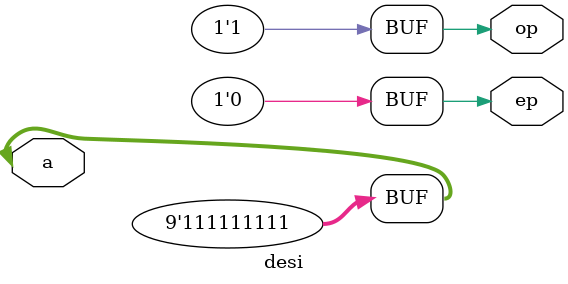
<source format=v>
module desi(
  input [8:0] a,
  output  ep,op
  //output carry
       );
    
     assign ep =~(|a);
     assign op=&a;
    
    assign a=9'b1111111111;

   
    initial begin
    $monitor(" a=%b b=%b   %b %b  ",$realtime,a,ep,op);
    end
    
endmodule

</source>
